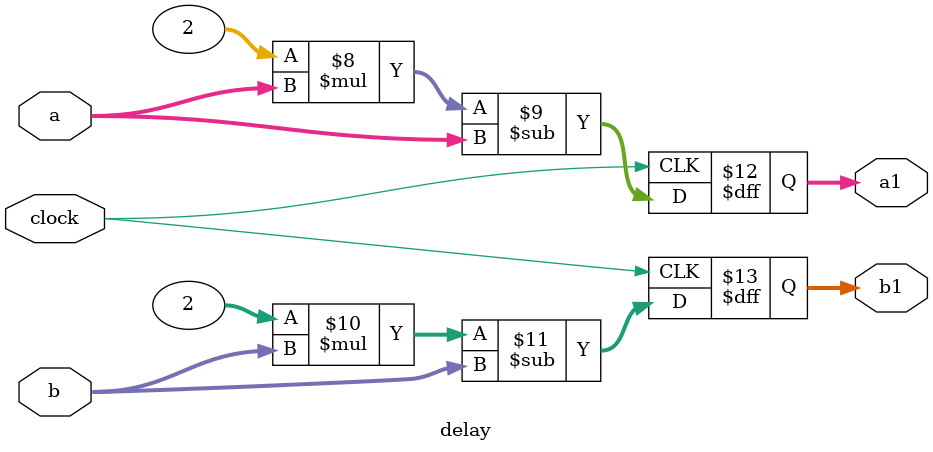
<source format=v>

module delay(a,b,a1,b1,clock);

parameter n = 31;

input [n:0] a,b;
input clock;
output [n:0] a1,b1;
reg [n:0] a1,b1;

//Delay block is just used as a regester to hold the a,and b for a clock cycle.
//Posedge is preferred for FPGA programming.(reason given in PE.v)

function [n:0] allocate(input [n:0] a);
    begin
        allocate = 2*a-a;
    end
endfunction

always @(posedge clock)
begin
	a1 <= allocate(a);
	b1 <= allocate(b);
end

endmodule

</source>
